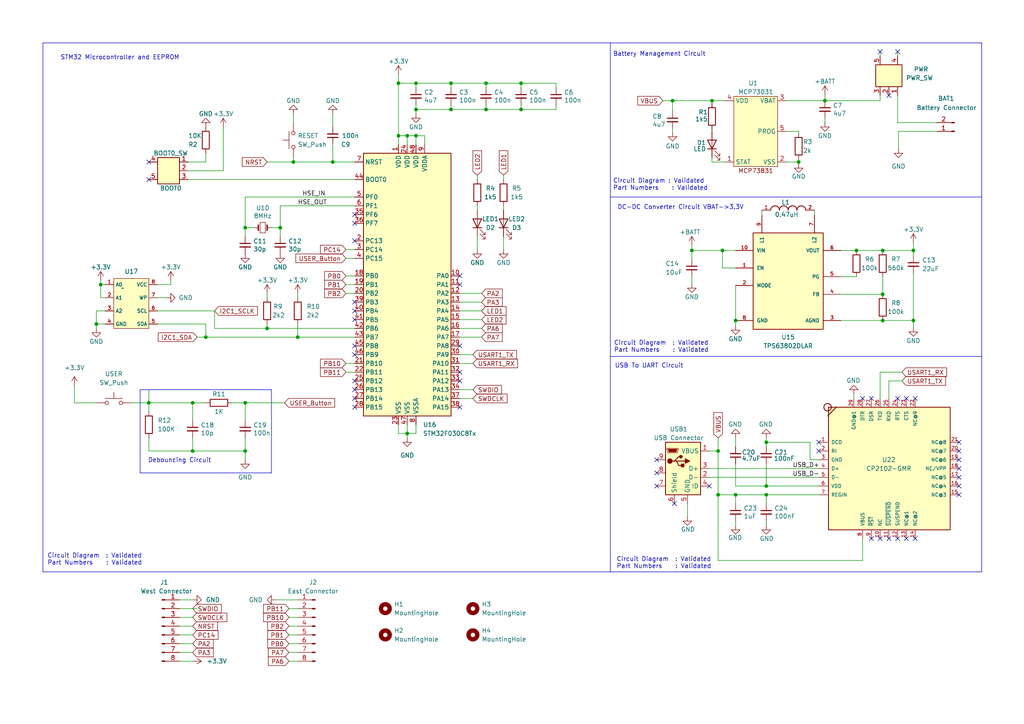
<source format=kicad_sch>
(kicad_sch (version 20230121) (generator eeschema)
  (paper "A4")
  (junction (at 140.97 24.13))
  (junction (at 151.13 24.13))
  (junction (at 208.28 130.81))
  (junction (at 140.97 31.75))
  (junction (at 239.268 29.21))
  (junction (at 55.88 130.81))
  (junction (at 120.65 24.13))
  (junction (at 264.922 72.644))
  (junction (at 96.52 46.99))
  (junction (at 213.36 92.964))
  (junction (at 256.032 85.344))
  (junction (at 231.648 46.99))
  (junction (at 264.922 92.964))
  (junction (at 256.032 92.964))
  (junction (at 85.09 46.99))
  (junction (at 43.18 116.84))
  (junction (at 71.12 130.81))
  (junction (at 120.65 31.75))
  (junction (at 81.28 66.04))
  (junction (at 120.65 39.37))
  (junction (at 222.25 128.27))
  (junction (at 71.12 116.84))
  (junction (at 77.47 95.25))
  (junction (at 115.57 24.13))
  (junction (at 115.57 39.37))
  (junction (at 59.69 97.79))
  (junction (at 206.502 29.21))
  (junction (at 86.36 97.79))
  (junction (at 213.36 143.51))
  (junction (at 130.81 31.75))
  (junction (at 130.81 24.13))
  (junction (at 118.11 39.37))
  (junction (at 151.13 31.75))
  (junction (at 118.11 125.73))
  (junction (at 208.28 143.51))
  (junction (at 222.25 140.97))
  (junction (at 71.12 66.04))
  (junction (at 222.25 143.51))
  (junction (at 27.94 93.98))
  (junction (at 29.21 82.55))
  (junction (at 209.55 72.644))
  (junction (at 55.88 116.84))
  (junction (at 248.412 72.644))
  (junction (at 256.032 72.644))
  (junction (at 200.66 72.644))
  (junction (at 195.072 29.21))
  (no_connect (at 205.74 140.97))
  (no_connect (at 102.87 90.17))
  (no_connect (at 262.89 115.57))
  (no_connect (at 278.13 130.81))
  (no_connect (at 257.81 156.21))
  (no_connect (at 102.87 87.63))
  (no_connect (at 278.13 138.43))
  (no_connect (at 102.87 118.11))
  (no_connect (at 133.35 118.11))
  (no_connect (at 252.73 156.21))
  (no_connect (at 102.87 64.77))
  (no_connect (at 278.13 140.97))
  (no_connect (at 265.43 156.21))
  (no_connect (at 262.89 156.21))
  (no_connect (at 260.35 156.21))
  (no_connect (at 255.27 14.986))
  (no_connect (at 133.35 107.95))
  (no_connect (at 102.87 92.71))
  (no_connect (at 195.58 146.05))
  (no_connect (at 102.87 100.33))
  (no_connect (at 190.5 133.35))
  (no_connect (at 133.35 80.01))
  (no_connect (at 102.87 110.49))
  (no_connect (at 43.18 46.99))
  (no_connect (at 43.18 52.07))
  (no_connect (at 190.5 140.97))
  (no_connect (at 278.13 128.27))
  (no_connect (at 133.35 100.33))
  (no_connect (at 278.13 133.35))
  (no_connect (at 102.87 62.23))
  (no_connect (at 237.49 130.81))
  (no_connect (at 265.43 115.57))
  (no_connect (at 237.49 128.27))
  (no_connect (at 102.87 102.87))
  (no_connect (at 278.13 143.51))
  (no_connect (at 102.87 115.57))
  (no_connect (at 278.13 135.89))
  (no_connect (at 133.35 110.49))
  (no_connect (at 250.19 115.57))
  (no_connect (at 257.81 27.686))
  (no_connect (at 133.35 82.55))
  (no_connect (at 252.73 115.57))
  (no_connect (at 102.87 113.03))
  (no_connect (at 255.27 156.21))
  (no_connect (at 102.87 69.85))
  (no_connect (at 190.5 137.16))
  (no_connect (at 260.35 115.57))
  (no_connect (at 260.35 14.986))
  (wire (pts (xy 213.36 77.724) (xy 209.55 77.724)))
  (wire (pts (xy 100.33 80.01) (xy 102.87 80.01)))
  (wire (pts (xy 62.23 95.25) (xy 62.23 90.17)))
  (wire (pts (xy 206.502 46.99) (xy 206.502 45.72)))
  (polyline (pts (xy 177.038 103.378) (xy 284.734 103.378)))
  (wire (pts (xy 205.74 130.81) (xy 208.28 130.81)))
  (wire (pts (xy 27.94 93.98) (xy 27.94 95.25)))
  (wire (pts (xy 120.65 31.75) (xy 120.65 33.02)))
  (wire (pts (xy 45.72 90.17) (xy 62.23 90.17)))
  (wire (pts (xy 71.12 127) (xy 71.12 130.81)))
  (wire (pts (xy 100.33 74.93) (xy 102.87 74.93)))
  (wire (pts (xy 52.07 176.53) (xy 57.15 176.53)))
  (wire (pts (xy 59.69 116.84) (xy 55.88 116.84)))
  (wire (pts (xy 208.28 143.51) (xy 208.28 162.56)))
  (polyline (pts (xy 177.038 12.446) (xy 177.038 165.862)))
  (wire (pts (xy 239.268 27.432) (xy 239.268 29.21)))
  (wire (pts (xy 29.21 81.28) (xy 29.21 82.55)))
  (wire (pts (xy 27.94 90.17) (xy 27.94 93.98)))
  (wire (pts (xy 120.65 31.75) (xy 130.81 31.75)))
  (wire (pts (xy 55.88 116.84) (xy 43.18 116.84)))
  (wire (pts (xy 243.84 92.964) (xy 256.032 92.964)))
  (wire (pts (xy 260.35 35.56) (xy 271.78 35.56)))
  (wire (pts (xy 86.36 97.79) (xy 102.87 97.79)))
  (wire (pts (xy 209.55 72.644) (xy 213.36 72.644)))
  (wire (pts (xy 43.18 130.81) (xy 43.18 127)))
  (wire (pts (xy 231.648 46.99) (xy 231.648 47.498)))
  (wire (pts (xy 102.87 46.99) (xy 96.52 46.99)))
  (wire (pts (xy 100.33 107.95) (xy 102.87 107.95)))
  (wire (pts (xy 213.36 140.97) (xy 222.25 140.97)))
  (wire (pts (xy 213.36 143.51) (xy 213.36 146.05)))
  (wire (pts (xy 81.28 59.69) (xy 102.87 59.69)))
  (wire (pts (xy 54.61 49.53) (xy 64.77 49.53)))
  (wire (pts (xy 255.27 14.986) (xy 255.27 16.256)))
  (polyline (pts (xy 40.64 113.03) (xy 78.74 113.03)))
  (wire (pts (xy 208.28 127) (xy 208.28 130.81)))
  (wire (pts (xy 118.11 39.37) (xy 118.11 41.91)))
  (wire (pts (xy 260.35 14.986) (xy 260.35 16.256)))
  (wire (pts (xy 86.36 93.98) (xy 86.36 97.79)))
  (wire (pts (xy 83.82 184.15) (xy 86.36 184.15)))
  (wire (pts (xy 133.35 90.17) (xy 139.7 90.17)))
  (wire (pts (xy 234.95 133.35) (xy 237.49 133.35)))
  (wire (pts (xy 140.97 30.48) (xy 140.97 31.75)))
  (wire (pts (xy 248.412 72.644) (xy 256.032 72.644)))
  (wire (pts (xy 77.47 95.25) (xy 102.87 95.25)))
  (wire (pts (xy 161.29 25.4) (xy 161.29 24.13)))
  (wire (pts (xy 205.74 135.89) (xy 237.49 135.89)))
  (wire (pts (xy 213.36 82.804) (xy 213.36 92.964)))
  (wire (pts (xy 200.66 71.12) (xy 200.66 72.644)))
  (wire (pts (xy 260.604 38.1) (xy 271.78 38.1)))
  (wire (pts (xy 59.69 93.98) (xy 59.69 97.79)))
  (wire (pts (xy 260.35 27.686) (xy 260.35 35.56)))
  (wire (pts (xy 52.07 173.99) (xy 55.88 173.99)))
  (wire (pts (xy 120.65 123.19) (xy 120.65 125.73)))
  (wire (pts (xy 85.09 46.99) (xy 96.52 46.99)))
  (wire (pts (xy 54.61 46.99) (xy 59.69 46.99)))
  (wire (pts (xy 83.82 186.69) (xy 86.36 186.69)))
  (wire (pts (xy 45.72 93.98) (xy 59.69 93.98)))
  (wire (pts (xy 200.66 80.264) (xy 200.66 82.296)))
  (wire (pts (xy 59.69 46.99) (xy 59.69 44.45)))
  (wire (pts (xy 133.35 85.09) (xy 139.7 85.09)))
  (polyline (pts (xy 78.74 137.16) (xy 40.64 137.16)))
  (wire (pts (xy 192.278 29.21) (xy 195.072 29.21)))
  (wire (pts (xy 213.36 151.13) (xy 213.36 152.4)))
  (wire (pts (xy 52.07 181.61) (xy 55.88 181.61)))
  (wire (pts (xy 138.43 50.8) (xy 138.43 52.07)))
  (wire (pts (xy 151.13 24.13) (xy 140.97 24.13)))
  (wire (pts (xy 71.12 66.04) (xy 73.66 66.04)))
  (wire (pts (xy 228.092 38.1) (xy 231.648 38.1)))
  (wire (pts (xy 118.11 39.37) (xy 120.65 39.37)))
  (wire (pts (xy 264.922 70.358) (xy 264.922 72.644)))
  (wire (pts (xy 57.15 97.79) (xy 59.69 97.79)))
  (wire (pts (xy 200.66 72.644) (xy 209.55 72.644)))
  (wire (pts (xy 71.12 57.15) (xy 102.87 57.15)))
  (wire (pts (xy 71.12 121.92) (xy 71.12 116.84)))
  (wire (pts (xy 213.36 129.54) (xy 213.36 127)))
  (wire (pts (xy 260.604 38.1) (xy 260.604 43.18)))
  (wire (pts (xy 200.66 72.644) (xy 200.66 75.184)))
  (wire (pts (xy 52.07 191.77) (xy 55.88 191.77)))
  (wire (pts (xy 29.21 86.36) (xy 29.21 82.55)))
  (wire (pts (xy 243.84 80.264) (xy 248.412 80.264)))
  (wire (pts (xy 78.74 66.04) (xy 81.28 66.04)))
  (wire (pts (xy 30.48 93.98) (xy 27.94 93.98)))
  (wire (pts (xy 205.74 138.43) (xy 237.49 138.43)))
  (wire (pts (xy 100.33 105.41) (xy 102.87 105.41)))
  (wire (pts (xy 151.13 30.48) (xy 151.13 31.75)))
  (wire (pts (xy 206.502 37.592) (xy 206.502 38.1)))
  (wire (pts (xy 80.01 173.99) (xy 86.36 173.99)))
  (wire (pts (xy 206.502 46.99) (xy 210.312 46.99)))
  (wire (pts (xy 208.28 130.81) (xy 208.28 143.51)))
  (wire (pts (xy 231.648 38.1) (xy 231.648 38.608)))
  (wire (pts (xy 206.502 29.21) (xy 195.072 29.21)))
  (wire (pts (xy 199.39 146.05) (xy 199.39 149.86)))
  (wire (pts (xy 239.268 29.21) (xy 255.27 29.21)))
  (wire (pts (xy 77.47 85.09) (xy 77.47 86.36)))
  (wire (pts (xy 59.69 97.79) (xy 86.36 97.79)))
  (wire (pts (xy 195.072 29.21) (xy 195.072 32.258)))
  (wire (pts (xy 130.81 31.75) (xy 140.97 31.75)))
  (wire (pts (xy 64.77 36.83) (xy 64.77 49.53)))
  (wire (pts (xy 85.09 45.72) (xy 85.09 46.99)))
  (wire (pts (xy 115.57 39.37) (xy 115.57 41.91)))
  (wire (pts (xy 222.25 143.51) (xy 237.49 143.51)))
  (wire (pts (xy 140.97 24.13) (xy 130.81 24.13)))
  (wire (pts (xy 222.25 127) (xy 222.25 128.27)))
  (wire (pts (xy 62.23 95.25) (xy 77.47 95.25)))
  (wire (pts (xy 49.53 81.28) (xy 49.53 82.55)))
  (wire (pts (xy 130.81 24.13) (xy 120.65 24.13)))
  (wire (pts (xy 100.33 72.39) (xy 102.87 72.39)))
  (wire (pts (xy 151.13 25.4) (xy 151.13 24.13)))
  (wire (pts (xy 236.22 60.96) (xy 236.22 62.484)))
  (wire (pts (xy 222.25 143.51) (xy 222.25 146.05)))
  (wire (pts (xy 243.84 72.644) (xy 248.412 72.644)))
  (wire (pts (xy 96.52 36.83) (xy 96.52 33.02)))
  (polyline (pts (xy 177.038 165.862) (xy 12.446 165.862)))
  (wire (pts (xy 52.07 179.07) (xy 55.88 179.07)))
  (wire (pts (xy 222.25 134.62) (xy 222.25 140.97)))
  (wire (pts (xy 257.81 110.49) (xy 261.62 110.49)))
  (wire (pts (xy 120.65 125.73) (xy 118.11 125.73)))
  (wire (pts (xy 213.36 140.97) (xy 213.36 134.62)))
  (polyline (pts (xy 177.038 57.15) (xy 284.734 57.15)))
  (wire (pts (xy 43.18 116.84) (xy 43.18 119.38)))
  (wire (pts (xy 86.36 85.09) (xy 86.36 86.36)))
  (wire (pts (xy 133.35 87.63) (xy 139.7 87.63)))
  (wire (pts (xy 71.12 130.81) (xy 55.88 130.81)))
  (wire (pts (xy 243.84 85.344) (xy 256.032 85.344)))
  (wire (pts (xy 250.19 162.56) (xy 250.19 156.21)))
  (wire (pts (xy 133.35 105.41) (xy 137.16 105.41)))
  (wire (pts (xy 71.12 57.15) (xy 71.12 66.04)))
  (wire (pts (xy 206.502 29.21) (xy 206.502 29.972)))
  (wire (pts (xy 115.57 24.13) (xy 115.57 39.37)))
  (wire (pts (xy 81.28 66.04) (xy 81.28 59.69)))
  (wire (pts (xy 29.21 82.55) (xy 30.48 82.55)))
  (wire (pts (xy 228.092 46.99) (xy 231.648 46.99)))
  (wire (pts (xy 77.47 46.99) (xy 85.09 46.99)))
  (wire (pts (xy 146.05 50.8) (xy 146.05 52.07)))
  (wire (pts (xy 118.11 125.73) (xy 118.11 127)))
  (wire (pts (xy 54.61 52.07) (xy 102.87 52.07)))
  (polyline (pts (xy 177.038 165.862) (xy 284.734 165.862)))
  (wire (pts (xy 256.032 80.264) (xy 256.032 85.344)))
  (wire (pts (xy 140.97 31.75) (xy 151.13 31.75)))
  (wire (pts (xy 115.57 39.37) (xy 118.11 39.37)))
  (wire (pts (xy 130.81 24.13) (xy 130.81 25.4)))
  (wire (pts (xy 115.57 21.59) (xy 115.57 24.13)))
  (wire (pts (xy 55.88 130.81) (xy 43.18 130.81)))
  (wire (pts (xy 100.33 85.09) (xy 102.87 85.09)))
  (wire (pts (xy 146.05 68.58) (xy 146.05 72.39)))
  (wire (pts (xy 247.65 114.3) (xy 247.65 115.57)))
  (wire (pts (xy 220.98 60.96) (xy 220.98 62.484)))
  (wire (pts (xy 83.82 181.61) (xy 86.36 181.61)))
  (wire (pts (xy 21.59 116.84) (xy 21.59 111.76)))
  (wire (pts (xy 222.25 151.13) (xy 222.25 152.4)))
  (wire (pts (xy 45.72 86.36) (xy 48.26 86.36)))
  (wire (pts (xy 52.07 184.15) (xy 55.88 184.15)))
  (polyline (pts (xy 284.734 12.446) (xy 284.734 165.862)))
  (wire (pts (xy 115.57 125.73) (xy 118.11 125.73)))
  (wire (pts (xy 239.268 34.29) (xy 239.268 35.56)))
  (wire (pts (xy 115.57 24.13) (xy 120.65 24.13)))
  (wire (pts (xy 123.19 41.91) (xy 123.19 39.37)))
  (wire (pts (xy 140.97 25.4) (xy 140.97 24.13)))
  (wire (pts (xy 83.82 189.23) (xy 86.36 189.23)))
  (wire (pts (xy 133.35 95.25) (xy 139.7 95.25)))
  (wire (pts (xy 52.07 189.23) (xy 55.88 189.23)))
  (wire (pts (xy 138.43 59.69) (xy 138.43 60.96)))
  (wire (pts (xy 257.81 115.57) (xy 257.81 110.49)))
  (wire (pts (xy 43.18 113.03) (xy 43.18 116.84)))
  (wire (pts (xy 115.57 123.19) (xy 115.57 125.73)))
  (wire (pts (xy 133.35 115.57) (xy 137.16 115.57)))
  (wire (pts (xy 264.922 92.964) (xy 264.922 94.996)))
  (wire (pts (xy 96.52 41.91) (xy 96.52 46.99)))
  (wire (pts (xy 255.27 107.95) (xy 261.62 107.95)))
  (wire (pts (xy 264.922 79.248) (xy 264.922 92.964)))
  (wire (pts (xy 213.36 92.964) (xy 213.36 94.488)))
  (wire (pts (xy 234.95 128.27) (xy 234.95 133.35)))
  (wire (pts (xy 120.65 30.48) (xy 120.65 31.75)))
  (wire (pts (xy 138.43 68.58) (xy 138.43 72.39)))
  (wire (pts (xy 208.28 162.56) (xy 250.19 162.56)))
  (wire (pts (xy 222.25 140.97) (xy 237.49 140.97)))
  (polyline (pts (xy 78.74 113.03) (xy 78.74 137.16)))
  (wire (pts (xy 256.032 72.644) (xy 264.922 72.644)))
  (wire (pts (xy 209.55 77.724) (xy 209.55 72.644)))
  (wire (pts (xy 71.12 116.84) (xy 82.55 116.84)))
  (wire (pts (xy 222.25 128.27) (xy 222.25 129.54)))
  (wire (pts (xy 30.48 90.17) (xy 27.94 90.17)))
  (polyline (pts (xy 40.64 137.16) (xy 40.64 113.03)))
  (wire (pts (xy 27.94 116.84) (xy 21.59 116.84)))
  (wire (pts (xy 81.28 68.58) (xy 81.28 66.04)))
  (wire (pts (xy 161.29 24.13) (xy 151.13 24.13)))
  (wire (pts (xy 118.11 123.19) (xy 118.11 125.73)))
  (wire (pts (xy 256.032 92.964) (xy 264.922 92.964)))
  (wire (pts (xy 231.648 46.228) (xy 231.648 46.99)))
  (wire (pts (xy 83.82 191.77) (xy 86.36 191.77)))
  (wire (pts (xy 30.48 86.36) (xy 29.21 86.36)))
  (wire (pts (xy 83.82 179.07) (xy 86.36 179.07)))
  (polyline (pts (xy 12.446 165.862) (xy 12.446 12.446)))
  (polyline (pts (xy 12.446 12.446) (xy 177.038 12.446)))
  (wire (pts (xy 83.82 176.53) (xy 86.36 176.53)))
  (wire (pts (xy 208.28 143.51) (xy 213.36 143.51)))
  (wire (pts (xy 45.72 82.55) (xy 49.53 82.55)))
  (wire (pts (xy 133.35 92.71) (xy 139.7 92.71)))
  (wire (pts (xy 161.29 30.48) (xy 161.29 31.75)))
  (wire (pts (xy 130.81 31.75) (xy 130.81 30.48)))
  (wire (pts (xy 133.35 113.03) (xy 137.16 113.03)))
  (wire (pts (xy 206.502 29.21) (xy 210.312 29.21)))
  (wire (pts (xy 213.36 143.51) (xy 222.25 143.51)))
  (wire (pts (xy 133.35 97.79) (xy 139.7 97.79)))
  (polyline (pts (xy 177.038 12.446) (xy 284.734 12.446)))
  (wire (pts (xy 228.092 29.21) (xy 239.268 29.21)))
  (wire (pts (xy 255.27 27.686) (xy 255.27 29.21)))
  (wire (pts (xy 151.13 31.75) (xy 161.29 31.75)))
  (wire (pts (xy 100.33 82.55) (xy 102.87 82.55)))
  (wire (pts (xy 146.05 59.69) (xy 146.05 60.96)))
  (wire (pts (xy 195.072 37.338) (xy 195.072 38.354)))
  (wire (pts (xy 38.1 116.84) (xy 43.18 116.84)))
  (wire (pts (xy 120.65 41.91) (xy 120.65 39.37)))
  (wire (pts (xy 52.07 186.69) (xy 55.88 186.69)))
  (wire (pts (xy 123.19 39.37) (xy 120.65 39.37)))
  (wire (pts (xy 234.95 128.27) (xy 222.25 128.27)))
  (wire (pts (xy 55.88 127) (xy 55.88 130.81)))
  (wire (pts (xy 55.88 116.84) (xy 55.88 121.92)))
  (wire (pts (xy 85.09 33.02) (xy 85.09 35.56)))
  (wire (pts (xy 264.922 72.644) (xy 264.922 74.168)))
  (wire (pts (xy 133.35 102.87) (xy 137.16 102.87)))
  (wire (pts (xy 71.12 130.81) (xy 71.12 133.35)))
  (wire (pts (xy 77.47 93.98) (xy 77.47 95.25)))
  (wire (pts (xy 71.12 68.58) (xy 71.12 66.04)))
  (wire (pts (xy 255.27 107.95) (xy 255.27 115.57)))
  (wire (pts (xy 120.65 24.13) (xy 120.65 25.4)))
  (wire (pts (xy 71.12 116.84) (xy 67.31 116.84)))
  (text "Circuit Diagram : Validated\nPart Numbers    : Validated" (at 177.8 55.372 0) (effects (font (size 1.27 1.27)) (justify left bottom)))
  (text "Battery Management Circuit" (at 177.8 16.51 0) (effects (font (size 1.27 1.27)) (justify left bottom)))
  (text "USB To UART Circuit" (at 178.308 106.934 0) (effects (font (size 1.27 1.27)) (justify left bottom)))
  (text "Debouncing Circuit" (at 42.926 134.366 0) (effects (font (size 1.27 1.27)) (justify left bottom)))
  (text "STM32 Microcontroller and EEPROM" (at 17.526 17.526 0) (effects (font (size 1.27 1.27)) (justify left bottom)))
  (text "Circuit Diagram  : Validated\nPart Numbers    : Validated" (at 178.054 102.362 0) (effects (font (size 1.27 1.27)) (justify left bottom)))
  (text "Circuit Diagram  : Validated\nPart Numbers    : Validated" (at 13.716 164.084 0) (effects (font (size 1.27 1.27)) (justify left bottom)))
  (text "Circuit Diagram  : Validated\nPart Numbers    : Validated" (at 178.816 165.1 0) (effects (font (size 1.27 1.27)) (justify left bottom)))
  (text "DC-DC Converter Circuit VBAT->3.3V" (at 179.07 60.96 0) (effects (font (size 1.27 1.27)) (justify left bottom)))
  (label "USB_D+" (at 229.87 135.89 0))
  (label "HSE_OUT" (at 86.36 59.69 0))
  (label "USB_D-" (at 229.87 138.43 0))
  (label "HSE_IN" (at 87.63 57.15 0))
  (global_label "PB1" (shape input) (at 100.33 82.55 180) (property "Intersheetrefs" "${INTERSHEET_REFS}" (effects hide)))
  (global_label "I2C1_SDA" (shape input) (at 57.15 97.79 180) (property "Intersheetrefs" "${INTERSHEET_REFS}" (effects hide)))
  (global_label "PB11" (shape input) (at 83.82 176.53 180) (property "Intersheetrefs" "${INTERSHEET_REFS}" (effects hide)))
  (global_label "PB2" (shape input) (at 83.82 181.61 180) (property "Intersheetrefs" "${INTERSHEET_REFS}" (effects hide)))
  (global_label "USER_Button" (shape input) (at 82.55 116.84 0) (property "Intersheetrefs" "${INTERSHEET_REFS}" (effects hide)))
  (global_label "PA2" (shape input) (at 55.88 186.69 0) (property "Intersheetrefs" "${INTERSHEET_REFS}" (effects hide)))
  (global_label "LED2" (shape input) (at 138.43 50.8 90) (property "Intersheetrefs" "${INTERSHEET_REFS}" (effects hide)))
  (global_label "PB0" (shape input) (at 100.33 80.01 180) (property "Intersheetrefs" "${INTERSHEET_REFS}" (effects hide)))
  (global_label "USART1_RX" (shape input) (at 261.62 107.95 0) (property "Intersheetrefs" "${INTERSHEET_REFS}" (effects hide)))
  (global_label "I2C1_SCLK" (shape input) (at 62.23 90.17 0) (property "Intersheetrefs" "${INTERSHEET_REFS}" (effects hide)))
  (global_label "NRST" (shape input) (at 77.47 46.99 180) (property "Intersheetrefs" "${INTERSHEET_REFS}" (effects hide)))
  (global_label "PA6" (shape input) (at 83.82 191.77 180) (property "Intersheetrefs" "${INTERSHEET_REFS}" (effects hide)))
  (global_label "SWDCLK" (shape input) (at 137.16 115.57 0) (property "Intersheetrefs" "${INTERSHEET_REFS}" (effects hide)))
  (global_label "PA7" (shape input) (at 83.82 189.23 180) (property "Intersheetrefs" "${INTERSHEET_REFS}" (effects hide)))
  (global_label "PA6" (shape input) (at 139.7 95.25 0) (property "Intersheetrefs" "${INTERSHEET_REFS}" (effects hide)))
  (global_label "USART1_TX" (shape input) (at 261.62 110.49 0) (property "Intersheetrefs" "${INTERSHEET_REFS}" (effects hide)))
  (global_label "PB2" (shape input) (at 100.33 85.09 180) (property "Intersheetrefs" "${INTERSHEET_REFS}" (effects hide)))
  (global_label "PB10" (shape input) (at 100.33 105.41 180) (property "Intersheetrefs" "${INTERSHEET_REFS}" (effects hide)))
  (global_label "PA3" (shape input) (at 55.88 189.23 0) (property "Intersheetrefs" "${INTERSHEET_REFS}" (effects hide)))
  (global_label "VBUS" (shape input) (at 192.278 29.21 180) (property "Intersheetrefs" "${INTERSHEET_REFS}" (effects hide)))
  (global_label "USER_Button" (shape input) (at 100.33 74.93 180) (property "Intersheetrefs" "${INTERSHEET_REFS}" (effects hide)))
  (global_label "USART1_RX" (shape input) (at 137.16 105.41 0) (property "Intersheetrefs" "${INTERSHEET_REFS}" (effects hide)))
  (global_label "PC14" (shape input) (at 100.33 72.39 180) (property "Intersheetrefs" "${INTERSHEET_REFS}" (effects hide)))
  (global_label "LED1" (shape input) (at 139.7 90.17 0) (property "Intersheetrefs" "${INTERSHEET_REFS}" (effects hide)))
  (global_label "SWDCLK" (shape input) (at 55.88 179.07 0) (property "Intersheetrefs" "${INTERSHEET_REFS}" (effects hide)))
  (global_label "VBUS" (shape input) (at 208.28 127 90) (property "Intersheetrefs" "${INTERSHEET_REFS}" (effects hide)))
  (global_label "PA2" (shape input) (at 139.7 85.09 0) (property "Intersheetrefs" "${INTERSHEET_REFS}" (effects hide)))
  (global_label "SWDIO" (shape input) (at 137.16 113.03 0) (property "Intersheetrefs" "${INTERSHEET_REFS}" (effects hide)))
  (global_label "SWDIO" (shape input) (at 55.88 176.53 0) (property "Intersheetrefs" "${INTERSHEET_REFS}" (effects hide)))
  (global_label "NRST" (shape input) (at 55.88 181.61 0) (property "Intersheetrefs" "${INTERSHEET_REFS}" (effects hide)))
  (global_label "PB10" (shape input) (at 83.82 179.07 180) (property "Intersheetrefs" "${INTERSHEET_REFS}" (effects hide)))
  (global_label "PB1" (shape input) (at 83.82 184.15 180) (property "Intersheetrefs" "${INTERSHEET_REFS}" (effects hide)))
  (global_label "PA3" (shape input) (at 139.7 87.63 0) (property "Intersheetrefs" "${INTERSHEET_REFS}" (effects hide)))
  (global_label "LED2" (shape input) (at 139.7 92.71 0) (property "Intersheetrefs" "${INTERSHEET_REFS}" (effects hide)))
  (global_label "PA7" (shape input) (at 139.7 97.79 0) (property "Intersheetrefs" "${INTERSHEET_REFS}" (effects hide)))
  (global_label "PC14" (shape input) (at 55.88 184.15 0) (property "Intersheetrefs" "${INTERSHEET_REFS}" (effects hide)))
  (global_label "PB0" (shape input) (at 83.82 186.69 180) (property "Intersheetrefs" "${INTERSHEET_REFS}" (effects hide)))
  (global_label "PB11" (shape input) (at 100.33 107.95 180) (property "Intersheetrefs" "${INTERSHEET_REFS}" (effects hide)))
  (global_label "USART1_TX" (shape input) (at 137.16 102.87 0) (property "Intersheetrefs" "${INTERSHEET_REFS}" (effects hide)))
  (global_label "LED1" (shape input) (at 146.05 50.8 90) (property "Intersheetrefs" "${INTERSHEET_REFS}" (effects hide)))
  (symbol (lib_id "Project Symbols:MCP73831/2") (at 219.202 26.67 0) (unit 1)
    (property "Reference" "U1" (at 218.44 24.13 0))
    (property "Value" "MCP73031" (at 219.202 26.67 0))
    (property "Footprint" "Package_TO_SOT_SMD:SOT-23-5" (effects hide))
    (property "Datasheet" "http://ww1.microchip.com/downloads/en/DeviceDoc/20001984g.pdf" (effects hide))
    (property "LCSC Part #" "C424093" (effects hide))
  )
  (symbol (lib_id "Device:C_Small") (at 71.12 71.12 0) (unit 1)
    (property "Reference" "C11" (at 73.4568 69.9516 0) (effects (justify left)))
    (property "Value" "30p" (at 73.4568 72.263 0) (effects (justify left)))
    (property "Footprint" "Capacitor_SMD:C_0603_1608Metric" (effects hide))
    (property "LCSC Part #" "C1658" (effects hide))
  )
  (symbol (lib_id "Device:C_Small") (at 239.268 31.75 0) (unit 1)
    (property "Reference" "C7" (at 241.6048 30.5816 0) (effects (justify left)))
    (property "Value" "4u7" (at 241.6048 32.893 0) (effects (justify left)))
    (property "Footprint" "Capacitor_SMD:C_0603_1608Metric" (effects hide))
    (property "LCSC Part #" "C19666" (effects hide))
  )
  (symbol (lib_id "Mechanical:MountingHole") (at 111.76 184.15 0) (unit 1)
    (property "Reference" "H2" (at 114.3 182.8799 0) (effects (justify left)))
    (property "Value" "MountingHole" (at 114.3 185.4199 0) (effects (justify left)))
    (property "Footprint" "MountingHole:MountingHole_2.5mm_Pad_Via" (effects hide))
  )
  (symbol (lib_id "power:GND") (at 118.11 127 0) (unit 1)
    (property "Reference" "#PWR030" (effects hide))
    (property "Value" "GND" (at 118.11 132.08 0))
  )
  (symbol (lib_id "Connector:Conn_01x02_Pin") (at 276.86 38.1 180) (unit 1)
    (property "Reference" "BAT1" (at 272.034 28.575 0) (effects (justify right)))
    (property "Value" "Battery Connector" (at 265.811 31.242 0) (effects (justify right)))
    (property "Footprint" "Connector_JST:JST_PH_B2B-PH-SM4-TB_1x02-1MP_P2.00mm_Vertical" (effects hide))
    (property "LCSC Part #" "C160352" (effects hide))
  )
  (symbol (lib_id "power:GND") (at 120.65 33.02 0) (unit 1)
    (property "Reference" "#PWR05" (effects hide))
    (property "Value" "GND" (at 120.65 36.83 0))
  )
  (symbol (lib_id "power:GND") (at 146.05 72.39 0) (unit 1)
    (property "Reference" "#PWR015" (effects hide))
    (property "Value" "GND" (at 146.05 76.2 0))
  )
  (symbol (lib_id "Connector:Conn_01x08_Pin") (at 91.44 181.61 0) (mirror y) (unit 1)
    (property "Reference" "J2" (at 90.805 168.91 0))
    (property "Value" "East Connector" (at 90.805 171.45 0))
    (property "Footprint" "Connector_PinHeader_2.54mm:PinHeader_1x08_P2.54mm_Vertical" (effects hide))
  )
  (symbol (lib_id "Device:C_Small") (at 195.072 34.798 0) (unit 1)
    (property "Reference" "C8" (at 189.23 33.782 0) (effects (justify left)))
    (property "Value" "4u7" (at 189.23 36.0934 0) (effects (justify left)))
    (property "Footprint" "Capacitor_SMD:C_0603_1608Metric" (effects hide))
    (property "LCSC Part #" "C19666" (effects hide))
  )
  (symbol (lib_id "Project Symbols:USB_B_MINI_5PTP") (at 198.12 137.16 0) (unit 1)
    (property "Reference" "USB1" (at 196.85 124.46 0))
    (property "Value" "USB Connector" (at 196.85 127 0))
    (property "Footprint" "Project Footprints:MINI-USB-SMD_MINI-5PTP" (effects hide))
    (property "LCSC Part #" "C2681563" (effects hide))
  )
  (symbol (lib_id "CP2102-GMR:INTERFACE-CP2102-GMR_QFN28_") (at 257.81 135.89 0) (unit 1)
    (property "Reference" "U22" (at 257.81 133.35 0))
    (property "Value" "CP2102-GMR" (at 257.81 135.89 0))
    (property "Footprint" "Project Footprints:QFN28G_0.5-5X5MM" (effects hide))
    (property "LCSC Part#" "C6568" (effects hide))
  )
  (symbol (lib_id "Device:C_Small") (at 213.36 132.08 180) (unit 1)
    (property "Reference" "C20" (at 219.075 131.191 0) (effects (justify left)))
    (property "Value" "4.7uF" (at 220.599 132.969 0) (effects (justify left)))
    (property "Footprint" "Capacitor_SMD:C_0603_1608Metric" (effects hide))
    (property "LCSC Part #" "C19666" (effects hide))
  )
  (symbol (lib_id "Device:C_Small") (at 55.88 124.46 0) (unit 1)
    (property "Reference" "C18" (at 58.2168 123.2916 0) (effects (justify left)))
    (property "Value" "10p" (at 58.2168 125.603 0) (effects (justify left)))
    (property "Footprint" "Capacitor_SMD:C_0603_1608Metric" (effects hide))
    (property "LCSC Part #" "C1634" (effects hide))
  )
  (symbol (lib_id "Korean Hroparts Elec SPDT:K3-1270L-F1") (at 49.53 49.53 0) (mirror y) (unit 1)
    (property "Reference" "BOOT0" (at 49.53 54.61 0))
    (property "Value" "BOOT0_SW" (at 49.53 44.45 0))
    (property "Footprint" "Project Footprints:K3-1270L-F1" (effects hide))
    (property "LCSC Part #" "C145858" (effects hide))
  )
  (symbol (lib_name "+3.3V_1") (lib_id "power:+3.3V") (at 64.77 36.83 0) (unit 1)
    (property "Reference" "#PWR08" (effects hide))
    (property "Value" "+3.3V" (at 64.77 33.02 0))
  )
  (symbol (lib_id "power:GND") (at 27.94 95.25 0) (unit 1)
    (property "Reference" "#PWR026" (effects hide))
    (property "Value" "GND" (at 27.94 99.06 0))
  )
  (symbol (lib_id "Switch:SW_Push") (at 85.09 40.64 90) (unit 1)
    (property "Reference" "RESET" (at 86.36 39.37 90) (effects (justify right)))
    (property "Value" "SW_Push" (at 86.36 41.91 90) (effects (justify right)))
    (property "Footprint" "Button_Switch_SMD:SW_Push_1P1T_NO_CK_KSC6xxJ" (effects hide))
    (property "LCSC Part #" "C318884" (effects hide))
  )
  (symbol (lib_id "Project Symbols:TPS63802DLAR") (at 228.6 80.264 0) (unit 1)
    (property "Reference" "U15" (at 228.6 97.79 0))
    (property "Value" "TPS63802DLAR" (at 228.6 100.33 0))
    (property "Footprint" "Project Footprints:TPS63802DLAR" (effects hide))
    (property "LCSC Part #" "C2845237" (effects hide))
  )
  (symbol (lib_id "power:GND") (at 71.12 73.66 0) (unit 1)
    (property "Reference" "#PWR016" (effects hide))
    (property "Value" "GND" (at 71.12 77.47 0))
  )
  (symbol (lib_name "+3.3V_1") (lib_id "power:+3.3V") (at 49.53 81.28 0) (unit 1)
    (property "Reference" "#PWR019" (effects hide))
    (property "Value" "+3.3V" (at 49.53 77.47 0))
  )
  (symbol (lib_id "Device:C_Small") (at 264.922 76.708 0) (unit 1)
    (property "Reference" "C13" (at 267.462 75.438 0) (effects (justify left)))
    (property "Value" "22uF" (at 267.462 77.978 0) (effects (justify left)))
    (property "Footprint" "Capacitor_SMD:C_0603_1608Metric" (effects hide))
    (property "LCSC Part #" "C59461" (effects hide))
  )
  (symbol (lib_id "Project Symbols:AT24C128C") (at 38.1 87.63 0) (unit 1)
    (property "Reference" "U17" (at 38.1 78.74 0))
    (property "Value" "~" (at 35.56 83.566 0))
    (property "Footprint" "Project Footprints:SOIC127P600X175-8N" (effects hide))
  )
  (symbol (lib_id "power:GND") (at 231.648 47.498 0) (unit 1)
    (property "Reference" "#PWR011" (effects hide))
    (property "Value" "GND" (at 231.648 51.181 0))
  )
  (symbol (lib_id "Switch:SW_Push") (at 33.02 116.84 0) (unit 1)
    (property "Reference" "USER" (at 33.02 108.458 0))
    (property "Value" "SW_Push" (at 33.02 110.998 0))
    (property "Footprint" "Button_Switch_SMD:SW_Push_1P1T_NO_CK_KSC6xxJ" (effects hide))
    (property "LCSC Part #" "C318884" (effects hide))
  )
  (symbol (lib_id "Connector:Conn_01x08_Pin") (at 46.99 181.61 0) (unit 1)
    (property "Reference" "J1" (at 47.625 168.91 0))
    (property "Value" "West Connector" (at 48.26 171.45 0))
    (property "Footprint" "Connector_PinHeader_2.54mm:PinHeader_1x08_P2.54mm_Vertical" (effects hide))
  )
  (symbol (lib_id "power:+BATT") (at 239.268 27.432 0) (unit 1)
    (property "Reference" "#PWR02" (effects hide))
    (property "Value" "+BATT" (at 239.268 23.622 0))
  )
  (symbol (lib_id "DFE201612E-2R2M_P2:DFE201612E-2R2M=P2") (at 228.6 60.96 0) (unit 1)
    (property "Reference" "L1" (at 229.108 58.674 0) (effects (justify right)))
    (property "Value" "0.47uH" (at 231.648 62.23 0) (effects (justify right)))
    (property "Footprint" "Project Footprints:INDC2016X120N" (effects hide))
    (property "LCSC Part #" "C668312" (effects hide))
  )
  (symbol (lib_id "Device:C_Small") (at 222.25 132.08 180) (unit 1)
    (property "Reference" "C21" (at 228.473 131.191 0) (effects (justify left)))
    (property "Value" "100nF" (at 230.505 132.969 0) (effects (justify left)))
    (property "Footprint" "Capacitor_SMD:C_0603_1608Metric" (effects hide))
    (property "LCSC Part #" "C14663" (effects hide))
  )
  (symbol (lib_id "power:GND") (at 59.69 36.83 0) (mirror x) (unit 1)
    (property "Reference" "#PWR07" (effects hide))
    (property "Value" "GND" (at 59.69 33.02 0))
  )
  (symbol (lib_id "power:GND") (at 247.65 114.3 180) (unit 1)
    (property "Reference" "#PWR038" (effects hide))
    (property "Value" "GND" (at 247.523 110.363 0))
  )
  (symbol (lib_name "+3.3V_1") (lib_id "power:+3.3V") (at 264.922 70.358 0) (unit 1)
    (property "Reference" "#PWR012" (effects hide))
    (property "Value" "+3.3V" (at 264.922 66.548 0))
  )
  (symbol (lib_id "Device:R") (at 77.47 90.17 180) (unit 1)
    (property "Reference" "R9" (at 79.248 88.9 0) (effects (justify right)))
    (property "Value" "2k2" (at 78.994 91.44 0) (effects (justify right)))
    (property "Footprint" "Resistor_SMD:R_0603_1608Metric" (effects hide))
    (property "LCSC Part #" "C4190" (effects hide))
  )
  (symbol (lib_id "Device:R") (at 43.18 123.19 0) (unit 1)
    (property "Reference" "R12" (at 45.72 121.9199 0) (effects (justify left)))
    (property "Value" "100K" (at 45.72 124.4599 0) (effects (justify left)))
    (property "Footprint" "Resistor_SMD:R_0603_1608Metric" (effects hide))
    (property "LCSC Part #" "C25803" (effects hide))
  )
  (symbol (lib_id "power:GND") (at 213.36 94.488 0) (unit 1)
    (property "Reference" "#PWR024" (effects hide))
    (property "Value" "GND" (at 215.392 98.298 0) (effects (justify right)))
  )
  (symbol (lib_name "+3.3V_1") (lib_id "power:+3.3V") (at 55.88 191.77 270) (unit 1)
    (property "Reference" "#PWR037" (effects hide))
    (property "Value" "+3.3V" (at 59.944 191.77 90) (effects (justify left)))
  )
  (symbol (lib_id "power:GND") (at 239.268 35.56 0) (unit 1)
    (property "Reference" "#PWR06" (effects hide))
    (property "Value" "GND" (at 239.268 39.37 0))
  )
  (symbol (lib_id "power:GND") (at 260.604 43.18 0) (unit 1)
    (property "Reference" "#PWR010" (effects hide))
    (property "Value" "GND" (at 260.604 48.26 0))
  )
  (symbol (lib_id "Device:R") (at 256.032 76.454 0) (unit 1)
    (property "Reference" "R7" (at 259.842 75.184 0))
    (property "Value" "560k" (at 259.842 77.724 0))
    (property "Footprint" "Resistor_SMD:R_0603_1608Metric" (effects hide))
    (property "LCSC Part #" "C101109" (effects hide))
  )
  (symbol (lib_id "power:GND") (at 199.39 149.86 0) (unit 1)
    (property "Reference" "#PWR032" (effects hide))
    (property "Value" "GND" (at 199.517 153.543 0))
  )
  (symbol (lib_id "Mechanical:MountingHole") (at 137.16 176.53 0) (unit 1)
    (property "Reference" "H3" (at 139.7 175.2599 0) (effects (justify left)))
    (property "Value" "MountingHole" (at 139.7 177.7999 0) (effects (justify left)))
    (property "Footprint" "MountingHole:MountingHole_2.2mm_M2_Pad_Via" (effects hide))
  )
  (symbol (lib_id "power:GND") (at 200.66 82.296 0) (unit 1)
    (property "Reference" "#PWR020" (effects hide))
    (property "Value" "GND" (at 202.692 86.106 0) (effects (justify right)))
  )
  (symbol (lib_id "Device:R") (at 146.05 55.88 0) (unit 1)
    (property "Reference" "R5" (at 149.86 54.61 0))
    (property "Value" "1k5" (at 149.86 57.15 0))
    (property "Footprint" "Resistor_SMD:R_0603_1608Metric" (effects hide))
    (property "LCSC Part #" "C22843" (effects hide))
  )
  (symbol (lib_id "power:GND") (at 80.01 173.99 270) (unit 1)
    (property "Reference" "#PWR036" (effects hide))
    (property "Value" "GND" (at 76.2 173.99 90) (effects (justify right)))
  )
  (symbol (lib_id "power:GND") (at 195.072 38.354 0) (unit 1)
    (property "Reference" "#PWR09" (effects hide))
    (property "Value" "GND" (at 195.072 42.418 0))
  )
  (symbol (lib_id "power:+BATT") (at 200.66 71.12 0) (unit 1)
    (property "Reference" "#PWR013" (effects hide))
    (property "Value" "+BATT" (at 200.152 67.31 0))
  )
  (symbol (lib_id "Device:R") (at 231.648 42.418 180) (unit 1)
    (property "Reference" "R3" (at 232.918 41.148 0) (effects (justify right)))
    (property "Value" "2k" (at 232.918 43.688 0) (effects (justify right)))
    (property "Footprint" "Resistor_SMD:R_0603_1608Metric" (effects hide))
    (property "LCSC Part #" "C22975" (effects hide))
  )
  (symbol (lib_id "power:GND") (at 48.26 86.36 90) (unit 1)
    (property "Reference" "#PWR023" (effects hide))
    (property "Value" "GND" (at 51.816 86.36 90) (effects (justify right)))
  )
  (symbol (lib_id "power:+3.3V") (at 86.36 85.09 0) (unit 1)
    (property "Reference" "#PWR022" (effects hide))
    (property "Value" "+3.3V" (at 86.36 81.28 0))
  )
  (symbol (lib_id "power:GND") (at 264.922 94.996 0) (unit 1)
    (property "Reference" "#PWR025" (effects hide))
    (property "Value" "GND" (at 264.922 98.806 0))
  )
  (symbol (lib_id "Device:C_Small") (at 213.36 148.59 0) (unit 1)
    (property "Reference" "C23" (at 215.6968 147.4216 0) (effects (justify left)))
    (property "Value" "1uF" (at 215.6968 149.733 0) (effects (justify left)))
    (property "Footprint" "Capacitor_SMD:C_0603_1608Metric" (effects hide))
    (property "LCSC Part #" "C15849" (effects hide))
  )
  (symbol (lib_id "Device:R") (at 59.69 40.64 0) (mirror y) (unit 1)
    (property "Reference" "R2" (at 54.61 41.91 0) (effects (justify right)))
    (property "Value" "10K" (at 54.61 39.37 0) (effects (justify right)))
    (property "Footprint" "Resistor_SMD:R_0603_1608Metric" (effects hide))
    (property "LCSC Part #" "C25804" (effects hide))
  )
  (symbol (lib_name "+3.3V_1") (lib_id "power:+3.3V") (at 29.21 81.28 0) (unit 1)
    (property "Reference" "#PWR018" (effects hide))
    (property "Value" "+3.3V" (at 29.21 77.47 0))
  )
  (symbol (lib_id "power:GND") (at 96.52 33.02 180) (unit 1)
    (property "Reference" "#PWR04" (effects hide))
    (property "Value" "GND" (at 96.52 29.21 0))
  )
  (symbol (lib_id "power:GND") (at 71.12 133.35 0) (unit 1)
    (property "Reference" "#PWR031" (effects hide))
    (property "Value" "GND" (at 71.12 138.43 0))
  )
  (symbol (lib_id "Device:C_Small") (at 81.28 71.12 0) (unit 1)
    (property "Reference" "C12" (at 83.6168 69.9516 0) (effects (justify left)))
    (property "Value" "30p" (at 83.6168 72.263 0) (effects (justify left)))
    (property "Footprint" "Capacitor_SMD:C_0603_1608Metric" (effects hide))
    (property "LCSC Part #" "C1658" (effects hide))
  )
  (symbol (lib_id "Device:C_Small") (at 222.25 148.59 0) (unit 1)
    (property "Reference" "C24" (at 224.5868 147.4216 0) (effects (justify left)))
    (property "Value" "100nF" (at 224.5868 149.733 0) (effects (justify left)))
    (property "Footprint" "Capacitor_SMD:C_0603_1608Metric" (effects hide))
    (property "LCSC Part #" "C14663" (effects hide))
  )
  (symbol (lib_id "Device:C_Small") (at 120.65 27.94 0) (unit 1)
    (property "Reference" "C2" (at 122.9868 26.7716 0) (effects (justify left)))
    (property "Value" "4u7" (at 122.9868 29.083 0) (effects (justify left)))
    (property "Footprint" "Capacitor_SMD:C_0603_1608Metric" (effects hide))
    (property "LCSC Part #" "C19666" (effects hide))
  )
  (symbol (lib_id "power:GND") (at 213.36 152.4 0) (unit 1)
    (property "Reference" "#PWR034" (effects hide))
    (property "Value" "GND" (at 213.233 155.956 0))
  )
  (symbol (lib_id "power:GND") (at 138.43 72.39 0) (unit 1)
    (property "Reference" "#PWR014" (effects hide))
    (property "Value" "GND" (at 138.43 76.2 0))
  )
  (symbol (lib_name "+3.3V_1") (lib_id "power:+3.3V") (at 115.57 21.59 0) (unit 1)
    (property "Reference" "#PWR01" (effects hide))
    (property "Value" "+3.3V" (at 115.57 17.78 0))
  )
  (symbol (lib_id "Device:C_Small") (at 200.66 77.724 0) (unit 1)
    (property "Reference" "C14" (at 193.04 76.454 0) (effects (justify left)))
    (property "Value" "10uF" (at 193.04 78.994 0) (effects (justify left)))
    (property "Footprint" "Capacitor_SMD:C_0603_1608Metric" (effects hide))
    (property "LCSC Part #" "C19702" (effects hide))
  )
  (symbol (lib_id "Mechanical:MountingHole") (at 137.16 184.15 0) (unit 1)
    (property "Reference" "H4" (at 139.7 182.8799 0) (effects (justify left)))
    (property "Value" "MountingHole" (at 139.7 185.4199 0) (effects (justify left)))
    (property "Footprint" "MountingHole:MountingHole_2.5mm_Pad_Via" (effects hide))
  )
  (symbol (lib_id "power:GND") (at 55.88 173.99 90) (unit 1)
    (property "Reference" "#PWR035" (effects hide))
    (property "Value" "GND" (at 59.69 173.99 90) (effects (justify right)))
  )
  (symbol (lib_id "Device:LED") (at 206.502 41.91 90) (unit 1)
    (property "Reference" "D1" (at 203.454 41.402 90))
    (property "Value" "LED" (at 202.946 43.18 90))
    (property "Footprint" "LED_SMD:LED_0603_1608Metric" (effects hide))
    (property "LCSC Part #" "C72043" (effects hide))
  )
  (symbol (lib_id "power:GND") (at 222.25 127 180) (unit 1)
    (property "Reference" "#PWR029" (effects hide))
    (property "Value" "GND" (at 222.123 123.063 0))
  )
  (symbol (lib_id "Device:C_Small") (at 130.81 27.94 0) (unit 1)
    (property "Reference" "C3" (at 133.1468 26.7716 0) (effects (justify left)))
    (property "Value" "100n" (at 133.1468 29.083 0) (effects (justify left)))
    (property "Footprint" "Capacitor_SMD:C_0603_1608Metric" (effects hide))
    (property "LCSC Part #" "C14663" (effects hide))
  )
  (symbol (lib_id "Device:R") (at 256.032 89.154 0) (unit 1)
    (property "Reference" "R8" (at 259.842 87.884 0))
    (property "Value" "100k" (at 259.842 90.424 0))
    (property "Footprint" "Resistor_SMD:R_0603_1608Metric" (effects hide))
    (property "LCSC Part #" "C25803" (effects hide))
  )
  (symbol (lib_id "Device:C_Small") (at 140.97 27.94 0) (unit 1)
    (property "Reference" "C4" (at 143.3068 26.7716 0) (effects (justify left)))
    (property "Value" "100n" (at 143.3068 29.083 0) (effects (justify left)))
    (property "Footprint" "Capacitor_SMD:C_0603_1608Metric" (effects hide))
    (property "LCSC Part #" "C14663" (effects hide))
  )
  (symbol (lib_id "power:GND") (at 85.09 33.02 180) (unit 1)
    (property "Reference" "#PWR03" (effects hide))
    (property "Value" "GND" (at 85.09 29.21 0))
  )
  (symbol (lib_id "MCU_ST_STM32F0:STM32F030C8Tx") (at 118.11 82.55 0) (unit 1)
    (property "Reference" "U16" (at 122.6694 123.19 0) (effects (justify left)))
    (property "Value" "STM32F030C8Tx" (at 122.6694 125.73 0) (effects (justify left)))
    (property "Footprint" "Package_QFP:LQFP-48_7x7mm_P0.5mm" (effects hide))
    (property "Datasheet" "http://www.st.com/st-web-ui/static/active/en/resource/technical/document/datasheet/DM00088500.pdf" (effects hide))
    (property "LCSC Part #" "C23922" (effects hide))
  )
  (symbol (lib_id "Device:C_Small") (at 151.13 27.94 0) (unit 1)
    (property "Reference" "C5" (at 153.4668 26.7716 0) (effects (justify left)))
    (property "Value" "100n" (at 153.4668 29.083 0) (effects (justify left)))
    (property "Footprint" "Capacitor_SMD:C_0603_1608Metric" (effects hide))
    (property "LCSC Part #" "C14663" (effects hide))
  )
  (symbol (lib_id "Device:R") (at 86.36 90.17 180) (unit 1)
    (property "Reference" "R10" (at 88.9 88.8999 0) (effects (justify right)))
    (property "Value" "2k2" (at 88.9 91.4399 0) (effects (justify right)))
    (property "Footprint" "Resistor_SMD:R_0603_1608Metric" (effects hide))
    (property "LCSC Part #" "C4190" (effects hide))
  )
  (symbol (lib_id "Device:C_Small") (at 96.52 39.37 180) (unit 1)
    (property "Reference" "C9" (at 101.6 41.91 0) (effects (justify left)))
    (property "Value" "100n" (at 104.14 39.37 0) (effects (justify left)))
    (property "Footprint" "Capacitor_SMD:C_0603_1608Metric" (effects hide))
    (property "LCSC Part #" "C14663" (effects hide))
  )
  (symbol (lib_id "power:+3.3V") (at 77.47 85.09 0) (unit 1)
    (property "Reference" "#PWR021" (effects hide))
    (property "Value" "+3.3V" (at 77.47 81.28 0))
  )
  (symbol (lib_id "power:GND") (at 222.25 152.4 0) (unit 1)
    (property "Reference" "#PWR033" (effects hide))
    (property "Value" "GND" (at 222.377 156.21 0))
  )
  (symbol (lib_id "power:GND") (at 81.28 73.66 0) (unit 1)
    (property "Reference" "#PWR017" (effects hide))
    (property "Value" "GND" (at 81.28 77.47 0))
  )
  (symbol (lib_id "Device:R") (at 248.412 76.454 0) (unit 1)
    (property "Reference" "R6" (at 252.222 75.184 0))
    (property "Value" "100k" (at 252.222 77.724 0))
    (property "Footprint" "Resistor_SMD:R_0603_1608Metric" (effects hide))
    (property "LCSC Part #" "C25803" (effects hide))
  )
  (symbol (lib_id "Device:LED") (at 138.43 64.77 90) (unit 1)
    (property "Reference" "D2" (at 142.24 66.04 90))
    (property "Value" "LED1" (at 142.24 63.5 90))
    (property "Footprint" "LED_SMD:LED_0603_1608Metric" (effects hide))
    (property "LCSC Part #" "C72043" (effects hide))
  )
  (symbol (lib_id "Device:R") (at 63.5 116.84 270) (unit 1)
    (property "Reference" "R11" (at 63.5 114.3 90))
    (property "Value" "1K" (at 63.5 119.38 90))
    (property "Footprint" "Resistor_SMD:R_0603_1608Metric" (effects hide))
    (property "LCSC Part #" "C21190" (effects hide))
  )
  (symbol (lib_id "Device:Crystal_Small") (at 76.2 66.04 0) (unit 1)
    (property "Reference" "U10" (at 76.2 60.325 0))
    (property "Value" "8MHz" (at 76.2 62.6364 0))
    (property "Footprint" "Crystal:Crystal_SMD_5032-2Pin_5.0x3.2mm" (effects hide))
    (property "LCSC Part #" "C115962" (effects hide))
  )
  (symbol (lib_id "Device:R") (at 138.43 55.88 0) (unit 1)
    (property "Reference" "R4" (at 142.24 54.61 0))
    (property "Value" "1k5" (at 142.24 57.15 0))
    (property "Footprint" "Resistor_SMD:R_0603_1608Metric" (effects hide))
    (property "LCSC Part #" "C22843" (effects hide))
  )
  (symbol (lib_id "Device:LED") (at 146.05 64.77 90) (unit 1)
    (property "Reference" "D3" (at 149.86 66.04 90))
    (property "Value" "LED2" (at 149.86 63.5 90))
    (property "Footprint" "LED_SMD:LED_0603_1608Metric" (effects hide))
    (property "LCSC Part #" "C72041" (effects hide))
  )
  (symbol (lib_id "Mechanical:MountingHole") (at 111.76 176.53 0) (unit 1)
    (property "Reference" "H1" (at 114.3 175.2599 0) (effects (justify left)))
    (property "Value" "MountingHole" (at 114.3 177.7999 0) (effects (justify left)))
    (property "Footprint" "MountingHole:MountingHole_2.5mm_Pad_Via" (effects hide))
  )
  (symbol (lib_id "Device:C_Small") (at 161.29 27.94 0) (unit 1)
    (property "Reference" "C6" (at 163.6268 26.7716 0) (effects (justify left)))
    (property "Value" "100n" (at 163.6268 29.083 0) (effects (justify left)))
    (property "Footprint" "Capacitor_SMD:C_0603_1608Metric" (effects hide))
    (property "LCSC Part #" "C14663" (effects hide))
  )
  (symbol (lib_id "Device:R") (at 206.502 33.782 0) (unit 1)
    (property "Reference" "R1" (at 203.962 32.512 0))
    (property "Value" "1k5" (at 203.454 34.544 0))
    (property "Footprint" "Resistor_SMD:R_0603_1608Metric" (effects hide))
    (property "LCSC Part #" "C22843" (effects hide))
  )
  (symbol (lib_id "power:+3.3V") (at 21.59 111.76 0) (unit 1)
    (property "Reference" "#PWR027" (effects hide))
    (property "Value" "+3.3V" (at 21.59 106.68 0))
  )
  (symbol (lib_id "Device:C_Small") (at 71.12 124.46 0) (unit 1)
    (property "Reference" "C19" (at 73.4568 123.2916 0) (effects (justify left)))
    (property "Value" "100n" (at 73.4568 125.603 0) (effects (justify left)))
    (property "Footprint" "Capacitor_SMD:C_0603_1608Metric" (effects hide))
    (property "LCSC Part #" "C14663" (effects hide))
  )
  (symbol (lib_id "power:GND") (at 213.36 127 180) (unit 1)
    (property "Reference" "#PWR028" (effects hide))
    (property "Value" "GND" (at 213.233 123.063 0))
  )
  (symbol (lib_id "Korean Hroparts Elec SPDT:K3-1270L-F1") (at 257.81 22.606 270) (mirror x) (unit 1)
    (property "Reference" "PWR" (at 269.24 20.066 90) (effects (justify right)))
    (property "Value" "PWR_SW" (at 266.7 22.606 90))
    (property "Footprint" "Project Footprints:K3-1270L-F1" (effects hide))
    (property "LCSC Part #" "C145858" (effects hide))
  )
)
</source>
